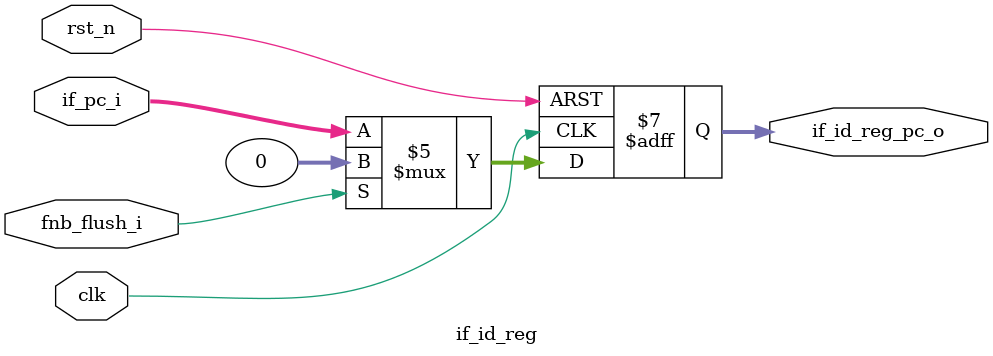
<source format=v>
module if_id_reg (
    input   wire                    clk,
    input   wire                    rst_n,
    //from if_stage
    input   wire            [31:0]  if_pc_i,
    //to id_stage
    output  reg             [31:0]  if_id_reg_pc_o,
    //from fnb
    input   wire                    fnb_flush_i                
);

    always @(posedge clk or negedge rst_n) begin
        if(rst_n == 1'b0)begin
            if_id_reg_pc_o <= 32'h0;
        end
        else if(fnb_flush_i == 1'b1) begin
            if_id_reg_pc_o <= 32'h0;
        end
        else begin 
            if_id_reg_pc_o <= if_pc_i;
        end
    end



endmodule
</source>
